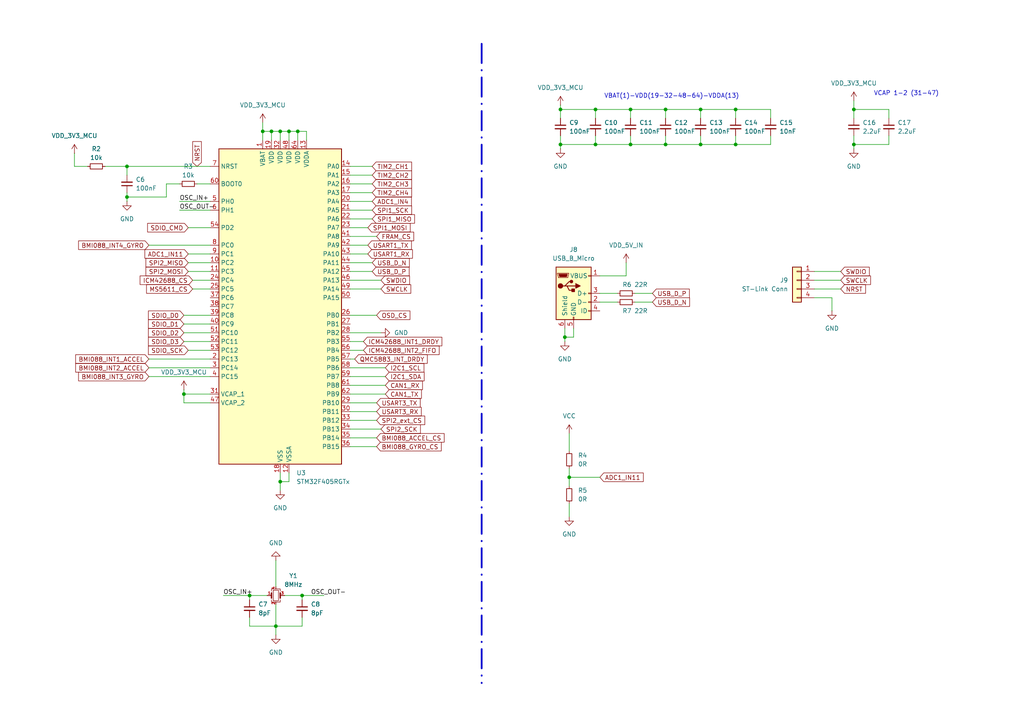
<source format=kicad_sch>
(kicad_sch (version 20250114) (generator "eeschema") (generator_version "9.0")
  (paper "A4")
  (lib_symbols
    (symbol "Connector:USB_B_Micro" (pin_names (offset 1.016))
      (property "Reference" "J" (at -5.08 11.43 0))
      (property "Value" "USB_B_Micro" (at -5.08 8.89 0))
      (symbol "USB_B_Micro_0_1"
        (rectangle (start -5.08 -7.62) (end 5.08 7.62) (stroke (width 0.254)) (fill (type background)))
        (polyline (pts (xy -4.699 5.842) (xy -4.699 5.588) (xy -4.445 4.826) (xy -4.445 4.572) (xy -1.651 4.572) (xy -1.651 4.826) (xy -1.397 5.588) (xy -1.397 5.842) (xy -4.699 5.842)))
        (polyline (pts (xy -4.318 5.588) (xy -1.778 5.588) (xy -2.032 4.826) (xy -4.064 4.826) (xy -4.318 5.588)) (fill (type outline)))
        (circle (center -3.81 2.159) (radius 0.635) (stroke (width 0.254)) (fill (type outline)))
        (polyline (pts (xy -3.175 2.159) (xy -2.54 2.159) (xy -1.27 3.429) (xy -0.635 3.429)) (stroke (width 0.254)))
        (polyline (pts (xy -2.54 2.159) (xy -1.905 2.159) (xy -1.27 0.889) (xy 0 0.889)) (stroke (width 0.254)))
        (polyline (pts (xy -1.905 2.159) (xy 0.635 2.159)) (stroke (width 0.254)))
        (circle (center -0.635 3.429) (radius 0.381) (stroke (width 0.254)) (fill (type outline)))
        (rectangle (start -0.127 -7.62) (end 0.127 -6.858))
        (rectangle (start 0.254 1.27) (end -0.508 0.508) (stroke (width 0.254)) (fill (type outline)))
        (polyline (pts (xy 0.635 2.794) (xy 0.635 1.524) (xy 1.905 2.159) (xy 0.635 2.794)) (stroke (width 0.254)) (fill (type outline)))
        (rectangle (start 5.08 4.953) (end 4.318 5.207))
        (rectangle (start 5.08 -0.127) (end 4.318 0.127))
        (rectangle (start 5.08 -2.667) (end 4.318 -2.413))
        (rectangle (start 5.08 -5.207) (end 4.318 -4.953))
      )
      (symbol "USB_B_Micro_1_1"
        (pin passive line (at -2.54 -10.16 90) (length 2.54) (name "Shield") (number "6"))
        (pin power_out line (at 0 -10.16 90) (length 2.54) (name "GND") (number "5"))
        (pin power_out line (at 7.62 5.08 180) (length 2.54) (name "VBUS") (number "1"))
        (pin bidirectional line (at 7.62 0 180) (length 2.54) (name "D+") (number "3"))
        (pin bidirectional line (at 7.62 -2.54 180) (length 2.54) (name "D-") (number "2"))
        (pin passive line (at 7.62 -5.08 180) (length 2.54) (name "ID") (number "4"))
      )
    )
    (symbol "Connector_Generic:Conn_01x04" (pin_names (offset 1.016) (hide yes))
      (property "Reference" "J" (at 0 5.08 0))
      (property "Value" "Conn_01x04" (at 0 -7.62 0))
      (symbol "Conn_01x04_1_1"
        (rectangle (start -1.27 3.81) (end 1.27 -6.35) (stroke (width 0.254)) (fill (type background)))
        (rectangle (start -1.27 2.667) (end 0 2.413) (stroke (width 0.1524)))
        (rectangle (start -1.27 0.127) (end 0 -0.127) (stroke (width 0.1524)))
        (rectangle (start -1.27 -2.413) (end 0 -2.667) (stroke (width 0.1524)))
        (rectangle (start -1.27 -4.953) (end 0 -5.207) (stroke (width 0.1524)))
        (pin passive line (at -5.08 2.54 0) (length 3.81) (name "Pin_1") (number "1"))
        (pin passive line (at -5.08 0 0) (length 3.81) (name "Pin_2") (number "2"))
        (pin passive line (at -5.08 -2.54 0) (length 3.81) (name "Pin_3") (number "3"))
        (pin passive line (at -5.08 -5.08 0) (length 3.81) (name "Pin_4") (number "4"))
      )
    )
    (symbol "Device:C_Small" (pin_numbers (hide yes)) (pin_names (offset 0.254) (hide yes))
      (property "Reference" "C" (at 0.254 1.778 0))
      (property "Value" "C_Small" (at 0.254 -2.032 0))
      (symbol "C_Small_0_1"
        (polyline (pts (xy -1.524 0.508) (xy 1.524 0.508)) (stroke (width 0.3048)))
        (polyline (pts (xy -1.524 -0.508) (xy 1.524 -0.508)) (stroke (width 0.3302)))
      )
      (symbol "C_Small_1_1"
        (pin passive line (at 0 2.54 270) (length 2.032) (name "~") (number "1"))
        (pin passive line (at 0 -2.54 90) (length 2.032) (name "~") (number "2"))
      )
    )
    (symbol "Device:Crystal_GND24_Small" (pin_names (offset 1.016) (hide yes))
      (property "Reference" "Y" (at 1.27 4.445 0))
      (property "Value" "Crystal_GND24_Small" (at 1.27 2.54 0))
      (symbol "Crystal_GND24_Small_0_1"
        (polyline (pts (xy -1.27 1.27) (xy -1.27 1.905) (xy 1.27 1.905) (xy 1.27 1.27)))
        (polyline (pts (xy -1.27 -0.762) (xy -1.27 0.762)) (stroke (width 0.381)))
        (polyline (pts (xy -1.27 -1.27) (xy -1.27 -1.905) (xy 1.27 -1.905) (xy 1.27 -1.27)))
        (rectangle (start -0.762 -1.524) (end 0.762 1.524))
        (polyline (pts (xy 1.27 -0.762) (xy 1.27 0.762)) (stroke (width 0.381)))
      )
      (symbol "Crystal_GND24_Small_1_1"
        (pin passive line (at -2.54 0 0) (length 1.27) (name "1") (number "1"))
        (pin passive line (at 0 2.54 270) (length 0.635) (name "4") (number "4"))
        (pin passive line (at 0 -2.54 90) (length 0.635) (name "2") (number "2"))
        (pin passive line (at 2.54 0 180) (length 1.27) (name "3") (number "3"))
      )
    )
    (symbol "Device:R_Small" (pin_numbers (hide yes)) (pin_names (offset 0.254) (hide yes))
      (property "Reference" "R" (at 0.762 0.508 0))
      (property "Value" "R_Small" (at 0.762 -1.016 0))
      (symbol "R_Small_0_1"
        (rectangle (start -0.762 1.778) (end 0.762 -1.778) (stroke (width 0.2032)))
      )
      (symbol "R_Small_1_1"
        (pin passive line (at 0 2.54 270) (length 0.762) (name "~") (number "1"))
        (pin passive line (at 0 -2.54 90) (length 0.762) (name "~") (number "2"))
      )
    )
    (symbol "MCU_ST_STM32F4:STM32F405RGTx"
      (property "Reference" "U" (at -17.78 46.99 0))
      (property "Value" "STM32F405RGTx" (at 10.16 46.99 0))
      (symbol "STM32F405RGTx_0_1"
        (rectangle (start -17.78 -45.72) (end 17.78 45.72) (stroke (width 0.254)) (fill (type background)))
      )
      (symbol "STM32F405RGTx_1_1"
        (pin input line (at -20.32 40.64 0) (length 2.54) (name "NRST") (number "7"))
        (pin input line (at -20.32 35.56 0) (length 2.54) (name "BOOT0") (number "60"))
        (pin bidirectional line (at -20.32 30.48 0) (length 2.54) (name "PH0") (number "5"))
        (pin bidirectional line (at -20.32 27.94 0) (length 2.54) (name "PH1") (number "6"))
        (pin bidirectional line (at -20.32 22.86 0) (length 2.54) (name "PD2") (number "54"))
        (pin bidirectional line (at -20.32 17.78 0) (length 2.54) (name "PC0") (number "8"))
        (pin bidirectional line (at -20.32 15.24 0) (length 2.54) (name "PC1") (number "9"))
        (pin bidirectional line (at -20.32 12.7 0) (length 2.54) (name "PC2") (number "10"))
        (pin bidirectional line (at -20.32 10.16 0) (length 2.54) (name "PC3") (number "11"))
        (pin bidirectional line (at -20.32 7.62 0) (length 2.54) (name "PC4") (number "24"))
        (pin bidirectional line (at -20.32 5.08 0) (length 2.54) (name "PC5") (number "25"))
        (pin bidirectional line (at -20.32 2.54 0) (length 2.54) (name "PC6") (number "37"))
        (pin bidirectional line (at -20.32 0 0) (length 2.54) (name "PC7") (number "38"))
        (pin bidirectional line (at -20.32 -2.54 0) (length 2.54) (name "PC8") (number "39"))
        (pin bidirectional line (at -20.32 -5.08 0) (length 2.54) (name "PC9") (number "40"))
        (pin bidirectional line (at -20.32 -7.62 0) (length 2.54) (name "PC10") (number "51"))
        (pin bidirectional line (at -20.32 -10.16 0) (length 2.54) (name "PC11") (number "52"))
        (pin bidirectional line (at -20.32 -12.7 0) (length 2.54) (name "PC12") (number "53"))
        (pin bidirectional line (at -20.32 -15.24 0) (length 2.54) (name "PC13") (number "2"))
        (pin bidirectional line (at -20.32 -17.78 0) (length 2.54) (name "PC14") (number "3"))
        (pin bidirectional line (at -20.32 -20.32 0) (length 2.54) (name "PC15") (number "4"))
        (pin power_out line (at -20.32 -25.4 0) (length 2.54) (name "VCAP_1") (number "31"))
        (pin power_out line (at -20.32 -27.94 0) (length 2.54) (name "VCAP_2") (number "47"))
        (pin power_in line (at -5.08 48.26 270) (length 2.54) (name "VBAT") (number "1"))
        (pin power_in line (at -2.54 48.26 270) (length 2.54) (name "VDD") (number "19"))
        (pin power_in line (at 0 48.26 270) (length 2.54) (name "VDD") (number "32"))
        (pin power_in line (at 0 -48.26 90) (length 2.54) (name "VSS") (number "18"))
        (pin passive line (at 0 -48.26 90) (length 2.54) (hide yes) (name "VSS") (number "63"))
        (pin power_in line (at 2.54 48.26 270) (length 2.54) (name "VDD") (number "48"))
        (pin power_in line (at 2.54 -48.26 90) (length 2.54) (name "VSSA") (number "12"))
        (pin power_in line (at 5.08 48.26 270) (length 2.54) (name "VDD") (number "64"))
        (pin power_in line (at 7.62 48.26 270) (length 2.54) (name "VDDA") (number "13"))
        (pin bidirectional line (at 20.32 40.64 180) (length 2.54) (name "PA0") (number "14"))
        (pin bidirectional line (at 20.32 38.1 180) (length 2.54) (name "PA1") (number "15"))
        (pin bidirectional line (at 20.32 35.56 180) (length 2.54) (name "PA2") (number "16"))
        (pin bidirectional line (at 20.32 33.02 180) (length 2.54) (name "PA3") (number "17"))
        (pin bidirectional line (at 20.32 30.48 180) (length 2.54) (name "PA4") (number "20"))
        (pin bidirectional line (at 20.32 27.94 180) (length 2.54) (name "PA5") (number "21"))
        (pin bidirectional line (at 20.32 25.4 180) (length 2.54) (name "PA6") (number "22"))
        (pin bidirectional line (at 20.32 22.86 180) (length 2.54) (name "PA7") (number "23"))
        (pin bidirectional line (at 20.32 20.32 180) (length 2.54) (name "PA8") (number "41"))
        (pin bidirectional line (at 20.32 17.78 180) (length 2.54) (name "PA9") (number "42"))
        (pin bidirectional line (at 20.32 15.24 180) (length 2.54) (name "PA10") (number "43"))
        (pin bidirectional line (at 20.32 12.7 180) (length 2.54) (name "PA11") (number "44"))
        (pin bidirectional line (at 20.32 10.16 180) (length 2.54) (name "PA12") (number "45"))
        (pin bidirectional line (at 20.32 7.62 180) (length 2.54) (name "PA13") (number "46"))
        (pin bidirectional line (at 20.32 5.08 180) (length 2.54) (name "PA14") (number "49"))
        (pin bidirectional line (at 20.32 2.54 180) (length 2.54) (name "PA15") (number "50"))
        (pin bidirectional line (at 20.32 -2.54 180) (length 2.54) (name "PB0") (number "26"))
        (pin bidirectional line (at 20.32 -5.08 180) (length 2.54) (name "PB1") (number "27"))
        (pin bidirectional line (at 20.32 -7.62 180) (length 2.54) (name "PB2") (number "28"))
        (pin bidirectional line (at 20.32 -10.16 180) (length 2.54) (name "PB3") (number "55"))
        (pin bidirectional line (at 20.32 -12.7 180) (length 2.54) (name "PB4") (number "56"))
        (pin bidirectional line (at 20.32 -15.24 180) (length 2.54) (name "PB5") (number "57"))
        (pin bidirectional line (at 20.32 -17.78 180) (length 2.54) (name "PB6") (number "58"))
        (pin bidirectional line (at 20.32 -20.32 180) (length 2.54) (name "PB7") (number "59"))
        (pin bidirectional line (at 20.32 -22.86 180) (length 2.54) (name "PB8") (number "61"))
        (pin bidirectional line (at 20.32 -25.4 180) (length 2.54) (name "PB9") (number "62"))
        (pin bidirectional line (at 20.32 -27.94 180) (length 2.54) (name "PB10") (number "29"))
        (pin bidirectional line (at 20.32 -30.48 180) (length 2.54) (name "PB11") (number "30"))
        (pin bidirectional line (at 20.32 -33.02 180) (length 2.54) (name "PB12") (number "33"))
        (pin bidirectional line (at 20.32 -35.56 180) (length 2.54) (name "PB13") (number "34"))
        (pin bidirectional line (at 20.32 -38.1 180) (length 2.54) (name "PB14") (number "35"))
        (pin bidirectional line (at 20.32 -40.64 180) (length 2.54) (name "PB15") (number "36"))
      )
    )
    (symbol "power:GND" (power) (pin_numbers (hide yes)) (pin_names (offset 0) (hide yes))
      (property "Value" "GND" (at 0 -3.81 0))
      (symbol "GND_0_1"
        (polyline (pts (xy 0 0) (xy 0 -1.27) (xy 1.27 -1.27) (xy 0 -2.54) (xy -1.27 -1.27) (xy 0 -1.27)))
      )
      (symbol "GND_1_1"
        (pin power_in line (at 0 0 270) (length 0) (name "~") (number "1"))
      )
    )
    (symbol "power:VCC" (power) (pin_numbers (hide yes)) (pin_names (offset 0) (hide yes))
      (property "Value" "VCC" (at 0 3.556 0))
      (symbol "VCC_0_1"
        (polyline (pts (xy -0.762 1.27) (xy 0 2.54)))
        (polyline (pts (xy 0 2.54) (xy 0.762 1.27)))
        (polyline (pts (xy 0 0) (xy 0 2.54)))
      )
      (symbol "VCC_1_1"
        (pin power_in line (at 0 0 90) (length 0) (name "~") (number "1"))
      )
    )
  )
  (text "VCAP 1-2 (31-47)" (at 262.89 27.178 0) (effects (font (size 1.27 1.27))))
  (text "VBAT(1)-VDD(19-32-48-64)-VDDA(13)" (at 194.818 27.94 0) (effects (font (size 1.27 1.27))))
  (junction (at 193.04 41.91))
  (junction (at 172.72 31.75))
  (junction (at 182.88 31.75))
  (junction (at 203.2 41.91))
  (junction (at 162.56 31.75))
  (junction (at 247.65 31.75))
  (junction (at 80.01 181.61))
  (junction (at 165.1 138.43))
  (junction (at 81.28 139.7))
  (junction (at 87.63 172.72))
  (junction (at 72.39 172.72))
  (junction (at 182.88 41.91))
  (junction (at 83.82 38.1))
  (junction (at 247.65 41.91))
  (junction (at 76.2 38.1))
  (junction (at 36.83 48.26))
  (junction (at 163.83 97.79))
  (junction (at 81.28 38.1))
  (junction (at 213.36 31.75))
  (junction (at 78.74 38.1))
  (junction (at 213.36 41.91))
  (junction (at 86.36 38.1))
  (junction (at 203.2 31.75))
  (junction (at 162.56 41.91))
  (junction (at 53.34 114.3))
  (junction (at 36.83 57.15))
  (junction (at 172.72 41.91))
  (junction (at 193.04 31.75))
  (wire (pts (xy 101.6 76.2) (xy 107.95 76.2)))
  (wire (pts (xy 165.1 138.43) (xy 165.1 140.97)))
  (wire (pts (xy 109.22 91.44) (xy 101.6 91.44)))
  (wire (pts (xy 81.28 38.1) (xy 78.74 38.1)))
  (wire (pts (xy 86.36 40.64) (xy 86.36 38.1)))
  (wire (pts (xy 43.18 104.14) (xy 60.96 104.14)))
  (wire (pts (xy 236.22 81.28) (xy 243.84 81.28)))
  (wire (pts (xy 247.65 29.21) (xy 247.65 31.75)))
  (wire (pts (xy 247.65 31.75) (xy 247.65 34.29)))
  (wire (pts (xy 21.59 44.45) (xy 21.59 48.26)))
  (wire (pts (xy 236.22 83.82) (xy 243.84 83.82)))
  (wire (pts (xy 109.22 68.58) (xy 101.6 68.58)))
  (wire (pts (xy 106.68 73.66) (xy 101.6 73.66)))
  (wire (pts (xy 77.47 172.72) (xy 72.39 172.72)))
  (wire (pts (xy 53.34 116.84) (xy 53.34 114.3)))
  (wire (pts (xy 54.61 78.74) (xy 60.96 78.74)))
  (wire (pts (xy 213.36 39.37) (xy 213.36 41.91)))
  (wire (pts (xy 54.61 76.2) (xy 60.96 76.2)))
  (wire (pts (xy 236.22 78.74) (xy 243.84 78.74)))
  (wire (pts (xy 87.63 179.07) (xy 87.63 181.61)))
  (wire (pts (xy 182.88 31.75) (xy 172.72 31.75)))
  (wire (pts (xy 53.34 93.98) (xy 60.96 93.98)))
  (wire (pts (xy 88.9 38.1) (xy 86.36 38.1)))
  (wire (pts (xy 76.2 38.1) (xy 76.2 40.64)))
  (wire (pts (xy 101.6 63.5) (xy 107.95 63.5)))
  (wire (pts (xy 165.1 135.89) (xy 165.1 138.43)))
  (wire (pts (xy 87.63 172.72) (xy 93.98 172.72)))
  (wire (pts (xy 36.83 48.26) (xy 36.83 50.8)))
  (wire (pts (xy 48.26 53.34) (xy 48.26 57.15)))
  (wire (pts (xy 101.6 66.04) (xy 106.68 66.04)))
  (wire (pts (xy 172.72 41.91) (xy 162.56 41.91)))
  (wire (pts (xy 162.56 41.91) (xy 162.56 43.18)))
  (wire (pts (xy 86.36 38.1) (xy 83.82 38.1)))
  (wire (pts (xy 241.3 86.36) (xy 241.3 90.17)))
  (wire (pts (xy 102.87 104.14) (xy 101.6 104.14)))
  (wire (pts (xy 52.07 60.96) (xy 60.96 60.96)))
  (wire (pts (xy 182.88 41.91) (xy 172.72 41.91)))
  (wire (pts (xy 236.22 86.36) (xy 241.3 86.36)))
  (wire (pts (xy 181.61 80.01) (xy 181.61 76.2)))
  (wire (pts (xy 105.41 99.06) (xy 101.6 99.06)))
  (wire (pts (xy 43.18 71.12) (xy 60.96 71.12)))
  (wire (pts (xy 223.52 31.75) (xy 213.36 31.75)))
  (wire (pts (xy 166.37 95.25) (xy 166.37 97.79)))
  (wire (pts (xy 193.04 31.75) (xy 182.88 31.75)))
  (wire (pts (xy 81.28 40.64) (xy 81.28 38.1)))
  (wire (pts (xy 257.81 39.37) (xy 257.81 41.91)))
  (wire (pts (xy 111.76 109.22) (xy 101.6 109.22)))
  (wire (pts (xy 109.22 116.84) (xy 101.6 116.84)))
  (wire (pts (xy 182.88 34.29) (xy 182.88 31.75)))
  (wire (pts (xy 48.26 57.15) (xy 36.83 57.15)))
  (wire (pts (xy 223.52 41.91) (xy 213.36 41.91)))
  (wire (pts (xy 101.6 53.34) (xy 107.95 53.34)))
  (wire (pts (xy 72.39 172.72) (xy 72.39 173.99)))
  (wire (pts (xy 80.01 175.26) (xy 80.01 181.61)))
  (wire (pts (xy 60.96 114.3) (xy 53.34 114.3)))
  (wire (pts (xy 223.52 39.37) (xy 223.52 41.91)))
  (wire (pts (xy 53.34 91.44) (xy 60.96 91.44)))
  (wire (pts (xy 213.36 41.91) (xy 203.2 41.91)))
  (wire (pts (xy 162.56 39.37) (xy 162.56 41.91)))
  (wire (pts (xy 54.61 66.04) (xy 60.96 66.04)))
  (wire (pts (xy 101.6 78.74) (xy 107.95 78.74)))
  (polyline (pts (xy 139.7 12.7) (xy 139.7 198.12)) (stroke (width 0.508) (type dash_dot)))
  (wire (pts (xy 257.81 31.75) (xy 247.65 31.75)))
  (wire (pts (xy 81.28 139.7) (xy 81.28 142.24)))
  (wire (pts (xy 83.82 139.7) (xy 81.28 139.7)))
  (wire (pts (xy 172.72 39.37) (xy 172.72 41.91)))
  (wire (pts (xy 109.22 127) (xy 101.6 127)))
  (wire (pts (xy 88.9 40.64) (xy 88.9 38.1)))
  (wire (pts (xy 193.04 39.37) (xy 193.04 41.91)))
  (wire (pts (xy 203.2 39.37) (xy 203.2 41.91)))
  (wire (pts (xy 76.2 35.56) (xy 76.2 38.1)))
  (wire (pts (xy 101.6 50.8) (xy 107.95 50.8)))
  (wire (pts (xy 64.77 172.72) (xy 72.39 172.72)))
  (wire (pts (xy 101.6 83.82) (xy 110.49 83.82)))
  (wire (pts (xy 213.36 31.75) (xy 203.2 31.75)))
  (wire (pts (xy 87.63 181.61) (xy 80.01 181.61)))
  (wire (pts (xy 109.22 121.92) (xy 101.6 121.92)))
  (wire (pts (xy 53.34 114.3) (xy 53.34 113.03)))
  (wire (pts (xy 72.39 181.61) (xy 72.39 179.07)))
  (wire (pts (xy 111.76 106.68) (xy 101.6 106.68)))
  (wire (pts (xy 101.6 48.26) (xy 107.95 48.26)))
  (wire (pts (xy 173.99 138.43) (xy 165.1 138.43)))
  (wire (pts (xy 43.18 106.68) (xy 60.96 106.68)))
  (wire (pts (xy 57.15 53.34) (xy 60.96 53.34)))
  (wire (pts (xy 105.41 101.6) (xy 101.6 101.6)))
  (wire (pts (xy 172.72 34.29) (xy 172.72 31.75)))
  (wire (pts (xy 163.83 95.25) (xy 163.83 97.79)))
  (wire (pts (xy 60.96 116.84) (xy 53.34 116.84)))
  (wire (pts (xy 107.95 58.42) (xy 101.6 58.42)))
  (wire (pts (xy 162.56 31.75) (xy 162.56 34.29)))
  (wire (pts (xy 106.68 71.12) (xy 101.6 71.12)))
  (wire (pts (xy 257.81 41.91) (xy 247.65 41.91)))
  (wire (pts (xy 165.1 146.05) (xy 165.1 149.86)))
  (wire (pts (xy 203.2 31.75) (xy 193.04 31.75)))
  (wire (pts (xy 166.37 97.79) (xy 163.83 97.79)))
  (wire (pts (xy 54.61 73.66) (xy 60.96 73.66)))
  (wire (pts (xy 83.82 137.16) (xy 83.82 139.7)))
  (wire (pts (xy 213.36 34.29) (xy 213.36 31.75)))
  (wire (pts (xy 83.82 40.64) (xy 83.82 38.1)))
  (wire (pts (xy 83.82 38.1) (xy 81.28 38.1)))
  (wire (pts (xy 109.22 119.38) (xy 101.6 119.38)))
  (wire (pts (xy 80.01 162.56) (xy 80.01 170.18)))
  (wire (pts (xy 203.2 34.29) (xy 203.2 31.75)))
  (wire (pts (xy 173.99 80.01) (xy 181.61 80.01)))
  (wire (pts (xy 257.81 34.29) (xy 257.81 31.75)))
  (wire (pts (xy 101.6 96.52) (xy 110.49 96.52)))
  (wire (pts (xy 36.83 48.26) (xy 60.96 48.26)))
  (wire (pts (xy 109.22 129.54) (xy 101.6 129.54)))
  (wire (pts (xy 184.15 87.63) (xy 189.23 87.63)))
  (wire (pts (xy 80.01 181.61) (xy 80.01 184.15)))
  (wire (pts (xy 87.63 172.72) (xy 87.63 173.99)))
  (wire (pts (xy 203.2 41.91) (xy 193.04 41.91)))
  (wire (pts (xy 247.65 41.91) (xy 247.65 43.18)))
  (wire (pts (xy 21.59 48.26) (xy 25.4 48.26)))
  (wire (pts (xy 53.34 99.06) (xy 60.96 99.06)))
  (wire (pts (xy 110.49 81.28) (xy 101.6 81.28)))
  (wire (pts (xy 111.76 111.76) (xy 101.6 111.76)))
  (wire (pts (xy 184.15 85.09) (xy 189.23 85.09)))
  (wire (pts (xy 165.1 125.73) (xy 165.1 130.81)))
  (wire (pts (xy 172.72 31.75) (xy 162.56 31.75)))
  (wire (pts (xy 54.61 101.6) (xy 60.96 101.6)))
  (wire (pts (xy 82.55 172.72) (xy 87.63 172.72)))
  (wire (pts (xy 78.74 38.1) (xy 76.2 38.1)))
  (wire (pts (xy 30.48 48.26) (xy 36.83 48.26)))
  (wire (pts (xy 193.04 41.91) (xy 182.88 41.91)))
  (wire (pts (xy 101.6 60.96) (xy 107.95 60.96)))
  (wire (pts (xy 111.76 114.3) (xy 101.6 114.3)))
  (wire (pts (xy 162.56 30.48) (xy 162.56 31.75)))
  (wire (pts (xy 36.83 57.15) (xy 36.83 58.42)))
  (wire (pts (xy 247.65 39.37) (xy 247.65 41.91)))
  (wire (pts (xy 43.18 109.22) (xy 60.96 109.22)))
  (wire (pts (xy 55.88 83.82) (xy 60.96 83.82)))
  (wire (pts (xy 163.83 97.79) (xy 163.83 99.06)))
  (wire (pts (xy 173.99 85.09) (xy 179.07 85.09)))
  (wire (pts (xy 36.83 55.88) (xy 36.83 57.15)))
  (wire (pts (xy 53.34 96.52) (xy 60.96 96.52)))
  (wire (pts (xy 101.6 55.88) (xy 107.95 55.88)))
  (wire (pts (xy 81.28 137.16) (xy 81.28 139.7)))
  (wire (pts (xy 78.74 40.64) (xy 78.74 38.1)))
  (wire (pts (xy 55.88 81.28) (xy 60.96 81.28)))
  (wire (pts (xy 193.04 34.29) (xy 193.04 31.75)))
  (wire (pts (xy 101.6 124.46) (xy 110.49 124.46)))
  (wire (pts (xy 52.07 58.42) (xy 60.96 58.42)))
  (wire (pts (xy 80.01 181.61) (xy 72.39 181.61)))
  (wire (pts (xy 182.88 39.37) (xy 182.88 41.91)))
  (wire (pts (xy 52.07 53.34) (xy 48.26 53.34)))
  (wire (pts (xy 173.99 87.63) (xy 179.07 87.63)))
  (wire (pts (xy 223.52 34.29) (xy 223.52 31.75)))
  (label "OSC_IN+" (at 64.77 172.72 0))
  (label "OSC_IN+" (at 52.07 58.42 0))
  (label "OSC_OUT-" (at 90.17 172.72 0))
  (label "OSC_OUT-" (at 52.07 60.96 0))
  (global_label "I2C1_SCL" (shape input) (at 111.76 106.68 0) (property "Intersheetrefs" "${INTERSHEET_REFS}" (effects (hide yes))))
  (global_label "SPI2_ext_CS" (shape input) (at 109.22 121.92 0) (property "Intersheetrefs" "${INTERSHEET_REFS}" (effects (hide yes))))
  (global_label "QMC5883_INT_DRDY" (shape input) (at 102.87 104.14 0) (property "Intersheetrefs" "${INTERSHEET_REFS}" (effects (hide yes))))
  (global_label "USB_D_N" (shape input) (at 107.95 76.2 0) (property "Intersheetrefs" "${INTERSHEET_REFS}" (effects (hide yes))))
  (global_label "ADC1_IN11" (shape input) (at 54.61 73.66 180) (property "Intersheetrefs" "${INTERSHEET_REFS}" (effects (hide yes))))
  (global_label "ICM42688_CS" (shape input) (at 55.88 81.28 180) (property "Intersheetrefs" "${INTERSHEET_REFS}" (effects (hide yes))))
  (global_label "SPI1_MOSI" (shape input) (at 106.68 66.04 0) (property "Intersheetrefs" "${INTERSHEET_REFS}" (effects (hide yes))))
  (global_label "BMI088_INT3_GYRO" (shape input) (at 43.18 109.22 180) (property "Intersheetrefs" "${INTERSHEET_REFS}" (effects (hide yes))))
  (global_label "USB_D_P" (shape input) (at 189.23 85.09 0) (property "Intersheetrefs" "${INTERSHEET_REFS}" (effects (hide yes))))
  (global_label "SDIO_D1" (shape input) (at 53.34 93.98 180) (property "Intersheetrefs" "${INTERSHEET_REFS}" (effects (hide yes))))
  (global_label "USART3_TX" (shape input) (at 109.22 116.84 0) (property "Intersheetrefs" "${INTERSHEET_REFS}" (effects (hide yes))))
  (global_label "BMI088_GYRO_CS" (shape input) (at 109.22 129.54 0) (property "Intersheetrefs" "${INTERSHEET_REFS}" (effects (hide yes))))
  (global_label "TIM2_CH3" (shape input) (at 107.95 53.34 0) (property "Intersheetrefs" "${INTERSHEET_REFS}" (effects (hide yes))))
  (global_label "SWDIO" (shape input) (at 243.84 78.74 0) (property "Intersheetrefs" "${INTERSHEET_REFS}" (effects (hide yes))))
  (global_label "ICM42688_INT1_DRDY" (shape input) (at 105.41 99.06 0) (property "Intersheetrefs" "${INTERSHEET_REFS}" (effects (hide yes))))
  (global_label "TIM2_CH1" (shape input) (at 107.95 48.26 0) (property "Intersheetrefs" "${INTERSHEET_REFS}" (effects (hide yes))))
  (global_label "ICM42688_INT2_FIFO" (shape input) (at 105.41 101.6 0) (property "Intersheetrefs" "${INTERSHEET_REFS}" (effects (hide yes))))
  (global_label "SDIO_D0" (shape input) (at 53.34 91.44 180) (property "Intersheetrefs" "${INTERSHEET_REFS}" (effects (hide yes))))
  (global_label "SPI2_SCK" (shape input) (at 110.49 124.46 0) (property "Intersheetrefs" "${INTERSHEET_REFS}" (effects (hide yes))))
  (global_label "SWCLK" (shape input) (at 243.84 81.28 0) (property "Intersheetrefs" "${INTERSHEET_REFS}" (effects (hide yes))))
  (global_label "USART1_RX" (shape input) (at 106.68 73.66 0) (property "Intersheetrefs" "${INTERSHEET_REFS}" (effects (hide yes))))
  (global_label "SDIO_D2" (shape input) (at 53.34 96.52 180) (property "Intersheetrefs" "${INTERSHEET_REFS}" (effects (hide yes))))
  (global_label "SWDIO" (shape input) (at 110.49 81.28 0) (property "Intersheetrefs" "${INTERSHEET_REFS}" (effects (hide yes))))
  (global_label "USB_D_P" (shape input) (at 107.95 78.74 0) (property "Intersheetrefs" "${INTERSHEET_REFS}" (effects (hide yes))))
  (global_label "USART3_RX" (shape input) (at 109.22 119.38 0) (property "Intersheetrefs" "${INTERSHEET_REFS}" (effects (hide yes))))
  (global_label "SPI1_MISO" (shape input) (at 107.95 63.5 0) (property "Intersheetrefs" "${INTERSHEET_REFS}" (effects (hide yes))))
  (global_label "BMI088_ACCEL_CS" (shape input) (at 109.22 127 0) (property "Intersheetrefs" "${INTERSHEET_REFS}" (effects (hide yes))))
  (global_label "SPI1_SCK" (shape input) (at 107.95 60.96 0) (property "Intersheetrefs" "${INTERSHEET_REFS}" (effects (hide yes))))
  (global_label "USB_D_N" (shape input) (at 189.23 87.63 0) (property "Intersheetrefs" "${INTERSHEET_REFS}" (effects (hide yes))))
  (global_label "ADC1_IN11" (shape input) (at 173.99 138.43 0) (property "Intersheetrefs" "${INTERSHEET_REFS}" (effects (hide yes))))
  (global_label "BMI088_INT1_ACCEL" (shape input) (at 43.18 104.14 180) (property "Intersheetrefs" "${INTERSHEET_REFS}" (effects (hide yes))))
  (global_label "FRAM_CS" (shape input) (at 109.22 68.58 0) (property "Intersheetrefs" "${INTERSHEET_REFS}" (effects (hide yes))))
  (global_label "BMI088_INT4_GYRO" (shape input) (at 43.18 71.12 180) (property "Intersheetrefs" "${INTERSHEET_REFS}" (effects (hide yes))))
  (global_label "CAN1_RX" (shape input) (at 111.76 111.76 0) (property "Intersheetrefs" "${INTERSHEET_REFS}" (effects (hide yes))))
  (global_label "NRST" (shape input) (at 57.15 48.26 90) (property "Intersheetrefs" "${INTERSHEET_REFS}" (effects (hide yes))))
  (global_label "SDIO_CMD" (shape input) (at 54.61 66.04 180) (property "Intersheetrefs" "${INTERSHEET_REFS}" (effects (hide yes))))
  (global_label "SPI2_MOSI" (shape input) (at 54.61 78.74 180) (property "Intersheetrefs" "${INTERSHEET_REFS}" (effects (hide yes))))
  (global_label "OSD_CS" (shape input) (at 109.22 91.44 0) (property "Intersheetrefs" "${INTERSHEET_REFS}" (effects (hide yes))))
  (global_label "I2C1_SDA" (shape input) (at 111.76 109.22 0) (property "Intersheetrefs" "${INTERSHEET_REFS}" (effects (hide yes))))
  (global_label "SDIO_D3" (shape input) (at 53.34 99.06 180) (property "Intersheetrefs" "${INTERSHEET_REFS}" (effects (hide yes))))
  (global_label "SWCLK" (shape input) (at 110.49 83.82 0) (property "Intersheetrefs" "${INTERSHEET_REFS}" (effects (hide yes))))
  (global_label "NRST" (shape input) (at 243.84 83.82 0) (property "Intersheetrefs" "${INTERSHEET_REFS}" (effects (hide yes))))
  (global_label "TIM2_CH4" (shape input) (at 107.95 55.88 0) (property "Intersheetrefs" "${INTERSHEET_REFS}" (effects (hide yes))))
  (global_label "TIM2_CH2" (shape input) (at 107.95 50.8 0) (property "Intersheetrefs" "${INTERSHEET_REFS}" (effects (hide yes))))
  (global_label "MS5611_CS" (shape input) (at 55.88 83.82 180) (property "Intersheetrefs" "${INTERSHEET_REFS}" (effects (hide yes))))
  (global_label "ADC1_IN4" (shape input) (at 107.95 58.42 0) (property "Intersheetrefs" "${INTERSHEET_REFS}" (effects (hide yes))))
  (global_label "SDIO_SCK" (shape input) (at 54.61 101.6 180) (property "Intersheetrefs" "${INTERSHEET_REFS}" (effects (hide yes))))
  (global_label "SPI2_MISO" (shape input) (at 54.61 76.2 180) (property "Intersheetrefs" "${INTERSHEET_REFS}" (effects (hide yes))))
  (global_label "BMI088_INT2_ACCEL" (shape input) (at 43.18 106.68 180) (property "Intersheetrefs" "${INTERSHEET_REFS}" (effects (hide yes))))
  (global_label "CAN1_TX" (shape input) (at 111.76 114.3 0) (property "Intersheetrefs" "${INTERSHEET_REFS}" (effects (hide yes))))
  (global_label "USART1_TX" (shape input) (at 106.68 71.12 0) (property "Intersheetrefs" "${INTERSHEET_REFS}" (effects (hide yes))))
  (symbol (lib_id "power:VCC") (at 21.59 44.45 0) (unit 1)
    (property "Reference" "#PWR0142" (effects (hide yes)))
    (property "Value" "VDD_3V3_MCU" (at 21.59 39.37 0))
    (property "Description" "Power symbol creates a global label with name \"VCC\"" (effects (hide yes)))
    (instances (project "Autopilot DronmarketV2" (path "" (reference "#PWR0142") (unit 1))) (project "Autopilot Dronmarket" (path "" (reference "#PWR032") (unit 1))))
  )
  (symbol (lib_id "power:GND") (at 162.56 43.18 0) (unit 1)
    (property "Reference" "#PWR0139" (effects (hide yes)))
    (property "Value" "GND" (at 162.56 48.26 0))
    (property "Description" "Power symbol creates a global label with name \"GND\" , ground" (effects (hide yes)))
    (instances (project "Autopilot DronmarketV2" (path "" (reference "#PWR0139") (unit 1))) (project "" (path "" (reference "#PWR028") (unit 1))))
  )
  (symbol (lib_id "Connector_Generic:Conn_01x04") (at 231.14 81.28 0) (mirror y) (unit 1)
    (property "Reference" "J9" (at 228.6 81.2799 0) (effects (justify left)))
    (property "Value" "ST-Link Conn" (at 228.6 83.8199 0) (effects (justify left)))
    (property "Footprint" "Connector_JST:JST_GH_SM04B-GHS-TB_1x04-1MP_P1.25mm_Horizontal" (effects (hide yes)))
    (property "Description" "Generic connector, single row, 01x04, script generated (kicad-library-utils/schlib/autogen/connector/)" (effects (hide yes)))
    (instances (project "Autopilot DronmarketV2" (path "" (reference "J9") (unit 1))) (project "" (path "" (reference "J2") (unit 1))))
  )
  (symbol (lib_id "power:VCC") (at 247.65 29.21 0) (unit 1)
    (property "Reference" "#PWR0132" (effects (hide yes)))
    (property "Value" "VDD_3V3_MCU" (at 247.65 24.13 0))
    (property "Description" "Power symbol creates a global label with name \"VCC\"" (effects (hide yes)))
    (instances (project "Autopilot DronmarketV2" (path "" (reference "#PWR0132") (unit 1))) (project "Autopilot Dronmarket" (path "" (reference "#PWR030") (unit 1))))
  )
  (symbol (lib_id "power:GND") (at 80.01 162.56 180) (unit 1)
    (property "Reference" "#PWR0143" (effects (hide yes)))
    (property "Value" "GND" (at 80.01 157.48 0))
    (property "Description" "Power symbol creates a global label with name \"GND\" , ground" (effects (hide yes)))
    (instances (project "Autopilot DronmarketV2" (path "" (reference "#PWR0143") (unit 1))) (project "Autopilot Dronmarket" (path "" (reference "#PWR035") (unit 1))))
  )
  (symbol (lib_id "Device:C_Small") (at 257.81 36.83 0) (unit 1)
    (property "Reference" "C17" (at 260.35 35.5662 0) (effects (justify left)))
    (property "Value" "2.2uF" (at 260.35 38.1062 0) (effects (justify left)))
    (property "Footprint" "Capacitor_SMD:C_0402_1005Metric" (effects (hide yes)))
    (property "Description" "Unpolarized capacitor, small symbol" (effects (hide yes)))
    (instances (project "Autopilot DronmarketV2" (path "" (reference "C17") (unit 1))) (project "Autopilot Dronmarket" (path "" (reference "C31") (unit 1))))
  )
  (symbol (lib_id "Device:R_Small") (at 165.1 133.35 0) (unit 1)
    (property "Reference" "R4" (at 167.64 132.0799 0) (effects (justify left)))
    (property "Value" "0R" (at 167.64 134.6199 0) (effects (justify left)))
    (property "Footprint" "Resistor_SMD:R_0402_1005Metric" (effects (hide yes)))
    (property "Description" "Resistor, small symbol" (effects (hide yes)))
    (instances (project "Autopilot DronmarketV2" (path "" (reference "R4") (unit 1))) (project "Autopilot Dronmarket" (path "" (reference "R23") (unit 1))))
  )
  (symbol (lib_id "Device:C_Small") (at 203.2 36.83 0) (unit 1)
    (property "Reference" "C13" (at 205.74 35.5662 0) (effects (justify left)))
    (property "Value" "100nF" (at 205.74 38.1062 0) (effects (justify left)))
    (property "Footprint" "Capacitor_SMD:C_0402_1005Metric" (effects (hide yes)))
    (property "Description" "Unpolarized capacitor, small symbol" (effects (hide yes)))
    (instances (project "Autopilot DronmarketV2" (path "" (reference "C13") (unit 1))) (project "Autopilot Dronmarket" (path "" (reference "C27") (unit 1))))
  )
  (symbol (lib_id "Device:R_Small") (at 27.94 48.26 90) (unit 1)
    (property "Reference" "R2" (at 27.94 43.18 90))
    (property "Value" "10k" (at 27.94 45.72 90))
    (property "Footprint" "Resistor_SMD:R_0402_1005Metric" (effects (hide yes)))
    (property "Description" "Resistor, small symbol" (effects (hide yes)))
    (instances (project "Autopilot DronmarketV2" (path "" (reference "R2") (unit 1))) (project "Autopilot Dronmarket" (path "" (reference "R5") (unit 1))))
  )
  (symbol (lib_id "power:VCC") (at 76.2 35.56 0) (unit 1)
    (property "Reference" "#PWR0135" (effects (hide yes)))
    (property "Value" "VDD_3V3_MCU" (at 76.2 30.48 0))
    (property "Description" "Power symbol creates a global label with name \"VCC\"" (effects (hide yes)))
    (instances (project "Autopilot DronmarketV2" (path "" (reference "#PWR0135") (unit 1))) (project "Autopilot Dronmarket" (path "" (reference "#PWR026") (unit 1))))
  )
  (symbol (lib_id "Device:R_Small") (at 165.1 143.51 0) (unit 1)
    (property "Reference" "R5" (at 167.64 142.2399 0) (effects (justify left)))
    (property "Value" "0R" (at 167.64 144.7799 0) (effects (justify left)))
    (property "Footprint" "Resistor_SMD:R_0402_1005Metric" (effects (hide yes)))
    (property "Description" "Resistor, small symbol" (effects (hide yes)))
    (instances (project "Autopilot DronmarketV2" (path "" (reference "R5") (unit 1))) (project "Autopilot Dronmarket" (path "" (reference "R24") (unit 1))))
  )
  (symbol (lib_id "power:GND") (at 165.1 149.86 0) (unit 1)
    (property "Reference" "#PWR0144" (effects (hide yes)))
    (property "Value" "GND" (at 165.1 154.94 0))
    (property "Description" "Power symbol creates a global label with name \"GND\" , ground" (effects (hide yes)))
    (instances (project "Autopilot DronmarketV2" (path "" (reference "#PWR0144") (unit 1))) (project "Autopilot Dronmarket" (path "" (reference "#PWR083") (unit 1))))
  )
  (symbol (lib_id "Device:R_Small") (at 181.61 85.09 90) (unit 1)
    (property "Reference" "R6" (at 181.864 82.55 90))
    (property "Value" "22R" (at 185.928 82.55 90))
    (property "Footprint" "Resistor_SMD:R_0402_1005Metric" (effects (hide yes)))
    (property "Description" "Resistor, small symbol" (effects (hide yes)))
    (instances (project "Autopilot DronmarketV2" (path "" (reference "R6") (unit 1))) (project "Autopilot Dronmarket" (path "" (reference "R7") (unit 1))))
  )
  (symbol (lib_id "Device:C_Small") (at 223.52 36.83 0) (unit 1)
    (property "Reference" "C15" (at 226.06 35.5662 0) (effects (justify left)))
    (property "Value" "10nF" (at 226.06 38.1062 0) (effects (justify left)))
    (property "Footprint" "Capacitor_SMD:C_0402_1005Metric" (effects (hide yes)))
    (property "Description" "Unpolarized capacitor, small symbol" (effects (hide yes)))
    (instances (project "Autopilot DronmarketV2" (path "" (reference "C15") (unit 1))) (project "Autopilot Dronmarket" (path "" (reference "C29") (unit 1))))
  )
  (symbol (lib_id "Device:R_Small") (at 54.61 53.34 90) (unit 1)
    (property "Reference" "R3" (at 54.61 48.26 90))
    (property "Value" "10k" (at 54.61 50.8 90))
    (property "Footprint" "Resistor_SMD:R_0402_1005Metric" (effects (hide yes)))
    (property "Description" "Resistor, small symbol" (effects (hide yes)))
    (instances (project "Autopilot DronmarketV2" (path "" (reference "R3") (unit 1))) (project "Autopilot Dronmarket" (path "" (reference "R6") (unit 1))))
  )
  (symbol (lib_id "Device:C_Small") (at 172.72 36.83 0) (unit 1)
    (property "Reference" "C10" (at 175.26 35.5662 0) (effects (justify left)))
    (property "Value" "100nF" (at 175.26 38.1062 0) (effects (justify left)))
    (property "Footprint" "Capacitor_SMD:C_0402_1005Metric" (effects (hide yes)))
    (property "Description" "Unpolarized capacitor, small symbol" (effects (hide yes)))
    (instances (project "Autopilot DronmarketV2" (path "" (reference "C10") (unit 1))) (project "Autopilot Dronmarket" (path "" (reference "C24") (unit 1))))
  )
  (symbol (lib_id "power:VCC") (at 165.1 125.73 0) (unit 1)
    (property "Reference" "#PWR0136" (effects (hide yes)))
    (property "Value" "VCC" (at 165.1 120.65 0))
    (property "Description" "Power symbol creates a global label with name \"VCC\"" (effects (hide yes)))
    (instances (project "Autopilot DronmarketV2" (path "" (reference "#PWR0136") (unit 1))) (project "Autopilot Dronmarket" (path "" (reference "#PWR089") (unit 1))))
  )
  (symbol (lib_id "Device:C_Small") (at 87.63 176.53 0) (unit 1)
    (property "Reference" "C8" (at 90.17 175.2662 0) (effects (justify left)))
    (property "Value" "8pF" (at 90.17 177.8062 0) (effects (justify left)))
    (property "Footprint" "Capacitor_SMD:C_0402_1005Metric" (effects (hide yes)))
    (property "Description" "Unpolarized capacitor, small symbol" (effects (hide yes)))
    (instances (project "Autopilot DronmarketV2" (path "" (reference "C8") (unit 1))) (project "Autopilot Dronmarket" (path "" (reference "C34") (unit 1))))
  )
  (symbol (lib_id "Device:R_Small") (at 181.61 87.63 90) (mirror x) (unit 1)
    (property "Reference" "R7" (at 181.864 90.17 90))
    (property "Value" "22R" (at 185.928 90.17 90))
    (property "Footprint" "Resistor_SMD:R_0402_1005Metric" (effects (hide yes)))
    (property "Description" "Resistor, small symbol" (effects (hide yes)))
    (instances (project "Autopilot DronmarketV2" (path "" (reference "R7") (unit 1))) (project "Autopilot Dronmarket" (path "" (reference "R8") (unit 1))))
  )
  (symbol (lib_id "power:GND") (at 110.49 96.52 90) (unit 1)
    (property "Reference" "#PWR0147" (effects (hide yes)))
    (property "Value" "GND" (at 114.3 96.5199 90) (effects (justify right)))
    (property "Description" "Power symbol creates a global label with name \"GND\" , ground" (effects (hide yes)))
    (instances (project "Autopilot DronmarketV2" (path "" (reference "#PWR0147") (unit 1))) (project "Autopilot Dronmarket" (path "" (reference "#PWR037") (unit 1))))
  )
  (symbol (lib_id "Connector:USB_B_Micro") (at 166.37 85.09 0) (unit 1)
    (property "Reference" "J8" (at 166.37 72.39 0))
    (property "Value" "USB_B_Micro" (at 166.37 74.93 0))
    (property "Footprint" "Connector_USB:USB_Micro-B_Molex_47346-0001" (effects (hide yes)))
    (property "Description" "USB Micro Type B connector" (effects (hide yes)))
    (instances (project "Autopilot DronmarketV2" (path "" (reference "J8") (unit 1))) (project "" (path "" (reference "J1") (unit 1))))
  )
  (symbol (lib_id "power:GND") (at 247.65 43.18 0) (unit 1)
    (property "Reference" "#PWR0133" (effects (hide yes)))
    (property "Value" "GND" (at 247.65 48.26 0))
    (property "Description" "Power symbol creates a global label with name \"GND\" , ground" (effects (hide yes)))
    (instances (project "Autopilot DronmarketV2" (path "" (reference "#PWR0133") (unit 1))) (project "Autopilot Dronmarket" (path "" (reference "#PWR031") (unit 1))))
  )
  (symbol (lib_id "Device:C_Small") (at 36.83 53.34 180) (unit 1)
    (property "Reference" "C6" (at 39.37 52.0635 0) (effects (justify right)))
    (property "Value" "100nF" (at 39.37 54.6035 0) (effects (justify right)))
    (property "Footprint" "Capacitor_SMD:C_0402_1005Metric" (effects (hide yes)))
    (property "Description" "Unpolarized capacitor, small symbol" (effects (hide yes)))
    (instances (project "Autopilot DronmarketV2" (path "" (reference "C6") (unit 1))) (project "Autopilot Dronmarket" (path "" (reference "C32") (unit 1))))
  )
  (symbol (lib_id "power:VCC") (at 53.34 113.03 0) (unit 1)
    (property "Reference" "#PWR0148" (effects (hide yes)))
    (property "Value" "VDD_3V3_MCU" (at 53.34 107.95 0))
    (property "Description" "Power symbol creates a global label with name \"VCC\"" (effects (hide yes)))
    (instances (project "Autopilot DronmarketV2" (path "" (reference "#PWR0148") (unit 1))) (project "Autopilot Dronmarket" (path "" (reference "#PWR029") (unit 1))))
  )
  (symbol (lib_id "power:GND") (at 36.83 58.42 0) (unit 1)
    (property "Reference" "#PWR0141" (effects (hide yes)))
    (property "Value" "GND" (at 36.83 63.5 0))
    (property "Description" "Power symbol creates a global label with name \"GND\" , ground" (effects (hide yes)))
    (instances (project "Autopilot DronmarketV2" (path "" (reference "#PWR0141") (unit 1))) (project "Autopilot Dronmarket" (path "" (reference "#PWR033") (unit 1))))
  )
  (symbol (lib_id "Device:C_Small") (at 247.65 36.83 0) (unit 1)
    (property "Reference" "C16" (at 250.19 35.5662 0) (effects (justify left)))
    (property "Value" "2.2uF" (at 250.19 38.1062 0) (effects (justify left)))
    (property "Footprint" "Capacitor_SMD:C_0402_1005Metric" (effects (hide yes)))
    (property "Description" "Unpolarized capacitor, small symbol" (effects (hide yes)))
    (instances (project "Autopilot DronmarketV2" (path "" (reference "C16") (unit 1))) (project "Autopilot Dronmarket" (path "" (reference "C30") (unit 1))))
  )
  (symbol (lib_id "Device:C_Small") (at 72.39 176.53 0) (unit 1)
    (property "Reference" "C7" (at 74.93 175.2662 0) (effects (justify left)))
    (property "Value" "8pF" (at 74.93 177.8062 0) (effects (justify left)))
    (property "Footprint" "Capacitor_SMD:C_0402_1005Metric" (effects (hide yes)))
    (property "Description" "Unpolarized capacitor, small symbol" (effects (hide yes)))
    (instances (project "Autopilot DronmarketV2" (path "" (reference "C7") (unit 1))) (project "Autopilot Dronmarket" (path "" (reference "C33") (unit 1))))
  )
  (symbol (lib_id "Device:C_Small") (at 193.04 36.83 0) (unit 1)
    (property "Reference" "C12" (at 195.58 35.5662 0) (effects (justify left)))
    (property "Value" "100nF" (at 195.58 38.1062 0) (effects (justify left)))
    (property "Footprint" "Capacitor_SMD:C_0402_1005Metric" (effects (hide yes)))
    (property "Description" "Unpolarized capacitor, small symbol" (effects (hide yes)))
    (instances (project "Autopilot DronmarketV2" (path "" (reference "C12") (unit 1))) (project "Autopilot Dronmarket" (path "" (reference "C26") (unit 1))))
  )
  (symbol (lib_id "power:GND") (at 81.28 142.24 0) (unit 1)
    (property "Reference" "#PWR0145" (effects (hide yes)))
    (property "Value" "GND" (at 81.28 147.32 0))
    (property "Description" "Power symbol creates a global label with name \"GND\" , ground" (effects (hide yes)))
    (instances (project "Autopilot DronmarketV2" (path "" (reference "#PWR0145") (unit 1))) (project "Autopilot Dronmarket" (path "" (reference "#PWR036") (unit 1))))
  )
  (symbol (lib_id "power:VCC") (at 162.56 30.48 0) (unit 1)
    (property "Reference" "#PWR0137" (effects (hide yes)))
    (property "Value" "VDD_3V3_MCU" (at 162.56 25.4 0))
    (property "Description" "Power symbol creates a global label with name \"VCC\"" (effects (hide yes)))
    (instances (project "Autopilot DronmarketV2" (path "" (reference "#PWR0137") (unit 1))) (project "Autopilot Dronmarket" (path "" (reference "#PWR027") (unit 1))))
  )
  (symbol (lib_id "Device:C_Small") (at 213.36 36.83 0) (unit 1)
    (property "Reference" "C14" (at 215.9 35.5662 0) (effects (justify left)))
    (property "Value" "100nF" (at 215.9 38.1062 0) (effects (justify left)))
    (property "Footprint" "Capacitor_SMD:C_0402_1005Metric" (effects (hide yes)))
    (property "Description" "Unpolarized capacitor, small symbol" (effects (hide yes)))
    (instances (project "Autopilot DronmarketV2" (path "" (reference "C14") (unit 1))) (project "Autopilot Dronmarket" (path "" (reference "C28") (unit 1))))
  )
  (symbol (lib_id "Device:C_Small") (at 182.88 36.83 0) (unit 1)
    (property "Reference" "C11" (at 185.42 35.5662 0) (effects (justify left)))
    (property "Value" "100nF" (at 185.42 38.1062 0) (effects (justify left)))
    (property "Footprint" "Capacitor_SMD:C_0402_1005Metric" (effects (hide yes)))
    (property "Description" "Unpolarized capacitor, small symbol" (effects (hide yes)))
    (instances (project "Autopilot DronmarketV2" (path "" (reference "C11") (unit 1))) (project "Autopilot Dronmarket" (path "" (reference "C25") (unit 1))))
  )
  (symbol (lib_id "power:GND") (at 241.3 90.17 0) (unit 1)
    (property "Reference" "#PWR0134" (effects (hide yes)))
    (property "Value" "GND" (at 241.3 95.25 0))
    (property "Description" "Power symbol creates a global label with name \"GND\" , ground" (effects (hide yes)))
    (instances (project "Autopilot DronmarketV2" (path "" (reference "#PWR0134") (unit 1))) (project "Autopilot Dronmarket" (path "" (reference "#PWR043") (unit 1))))
  )
  (symbol (lib_id "power:GND") (at 163.83 99.06 0) (unit 1)
    (property "Reference" "#PWR0138" (effects (hide yes)))
    (property "Value" "GND" (at 163.83 104.14 0))
    (property "Description" "Power symbol creates a global label with name \"GND\" , ground" (effects (hide yes)))
    (instances (project "Autopilot DronmarketV2" (path "" (reference "#PWR0138") (unit 1))) (project "Autopilot Dronmarket" (path "" (reference "#PWR042") (unit 1))))
  )
  (symbol (lib_id "Device:C_Small") (at 162.56 36.83 0) (unit 1)
    (property "Reference" "C9" (at 165.1 35.5662 0) (effects (justify left)))
    (property "Value" "100nF" (at 165.1 38.1062 0) (effects (justify left)))
    (property "Footprint" "Capacitor_SMD:C_0402_1005Metric" (effects (hide yes)))
    (property "Description" "Unpolarized capacitor, small symbol" (effects (hide yes)))
    (instances (project "Autopilot DronmarketV2" (path "" (reference "C9") (unit 1))) (project "Autopilot Dronmarket" (path "" (reference "C23") (unit 1))))
  )
  (symbol (lib_id "power:GND") (at 80.01 184.15 0) (unit 1)
    (property "Reference" "#PWR0146" (effects (hide yes)))
    (property "Value" "GND" (at 80.01 189.23 0))
    (property "Description" "Power symbol creates a global label with name \"GND\" , ground" (effects (hide yes)))
    (instances (project "Autopilot DronmarketV2" (path "" (reference "#PWR0146") (unit 1))) (project "Autopilot Dronmarket" (path "" (reference "#PWR034") (unit 1))))
  )
  (symbol (lib_id "MCU_ST_STM32F4:STM32F405RGTx") (at 81.28 88.9 0) (unit 1)
    (property "Reference" "U3" (at 85.9633 137.16 0) (effects (justify left)))
    (property "Value" "STM32F405RGTx" (at 85.9633 139.7 0) (effects (justify left)))
    (property "Footprint" "Package_QFP:LQFP-64_10x10mm_P0.5mm" (effects (hide yes)))
    (property "Datasheet" "https://www.st.com/resource/en/datasheet/stm32f405rg.pdf" (effects (hide yes)))
    (property "Description" "STMicroelectronics Arm Cortex-M4 MCU, 1024KB flash, 192KB RAM, 168 MHz, 1.8-3.6V, 51 GPIO, LQFP64" (effects (hide yes)))
    (instances (project "Autopilot DronmarketV2" (path "" (reference "U3") (unit 1))) (project "" (path "" (reference "U6") (unit 1))))
  )
  (symbol (lib_id "Device:Crystal_GND24_Small") (at 80.01 172.72 0) (unit 1)
    (property "Reference" "Y1" (at 85.09 166.9982 0))
    (property "Value" "8MHz" (at 85.09 169.5382 0))
    (property "Footprint" "Crystal:Crystal_SMD_SeikoEpson_FA238V-4Pin_3.2x2.5mm" (effects (hide yes)))
    (property "Description" "Four pin crystal, GND on pins 2 and 4, small symbol" (effects (hide yes)))
  )
  (symbol (lib_id "power:VCC") (at 181.61 76.2 0) (unit 1)
    (property "Reference" "#PWR0140" (effects (hide yes)))
    (property "Value" "VDD_5V_IN" (at 181.61 71.12 0))
    (property "Description" "Power symbol creates a global label with name \"VCC\"" (effects (hide yes)))
    (instances (project "Autopilot DronmarketV2" (path "" (reference "#PWR0140") (unit 1))) (project "Autopilot Dronmarket" (path "" (reference "#PWR041") (unit 1))))
  )
)
</source>
